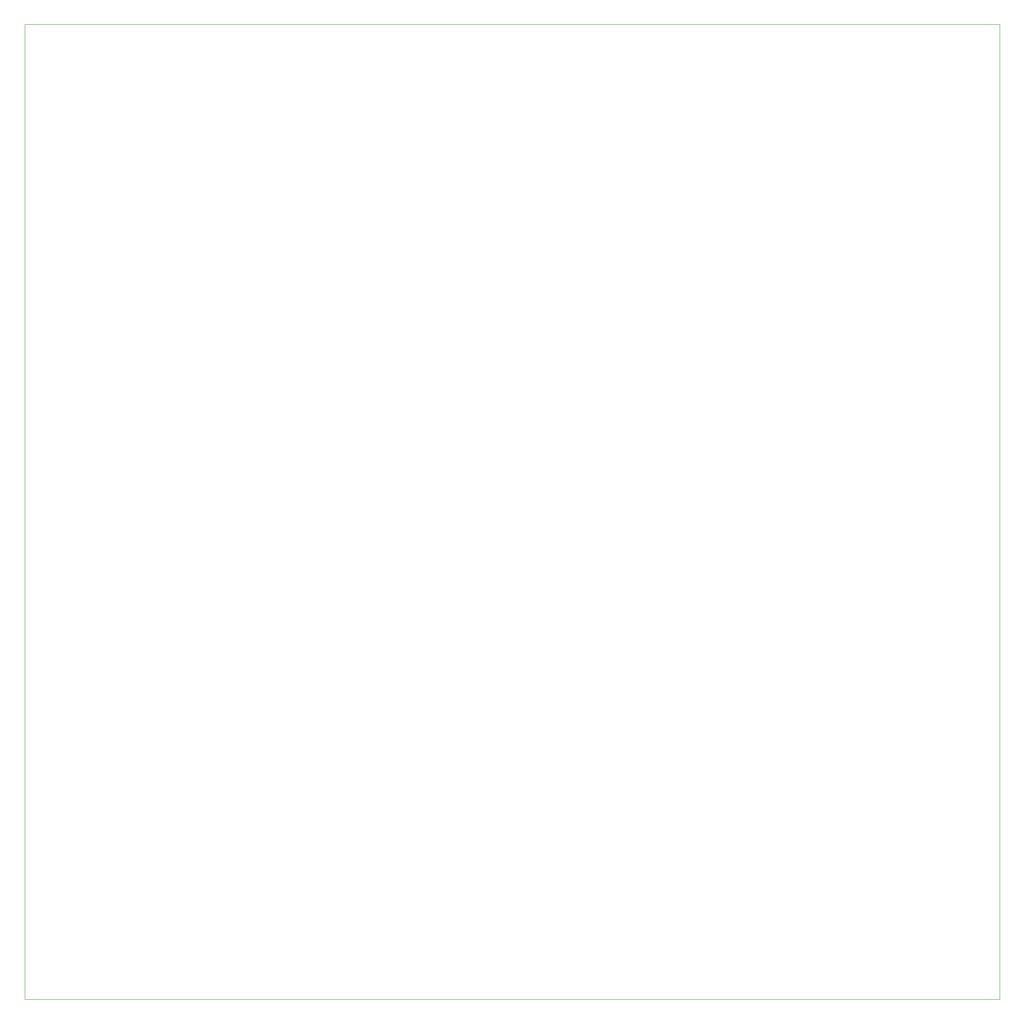
<source format=gbr>
%TF.GenerationSoftware,KiCad,Pcbnew,7.0.7*%
%TF.CreationDate,2023-10-25T17:19:32+09:00*%
%TF.ProjectId,rom2_,726f6d32-5f2e-46b6-9963-61645f706362,rev?*%
%TF.SameCoordinates,Original*%
%TF.FileFunction,Profile,NP*%
%FSLAX46Y46*%
G04 Gerber Fmt 4.6, Leading zero omitted, Abs format (unit mm)*
G04 Created by KiCad (PCBNEW 7.0.7) date 2023-10-25 17:19:32*
%MOMM*%
%LPD*%
G01*
G04 APERTURE LIST*
%TA.AperFunction,Profile*%
%ADD10C,0.100000*%
%TD*%
G04 APERTURE END LIST*
D10*
X267908001Y-47091600D02*
X467908001Y-47091600D01*
X467908001Y-247091200D01*
X267908001Y-247091200D01*
X267908001Y-47091600D01*
M02*

</source>
